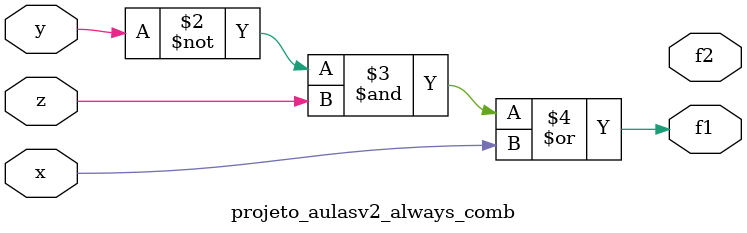
<source format=sv>

module projeto_aulasv2 (

    input logic x, y, z,
    output logic f1, f2

);

    logic w1, w2, w3, w4, w5, w6;
    // Eu poderia colocar o f2 como primeira linha
    // Porque todas as atribuições estão rodando em paralelo
    // O que vai mudar é QUANDO eu vou pegar a saída
    assign w1 = ~y;
    assign w2 = w1 & z;
    assign f1 = w2 | x;
    assign w3 = ~y;
    assign w5 = w3 & x;
    assign w4 = ~x;
    assign w6 = w4 & z;
    assign f2 = w5 | w6;

endmodule: projeto_aulasv2

module projeto_aulasv2_always_comb (

    input logic x, y, z,
    output logic f1, f2
);

    always_comb begin
        f1 = ((~y & z) | x);
    end

endmodule
</source>
